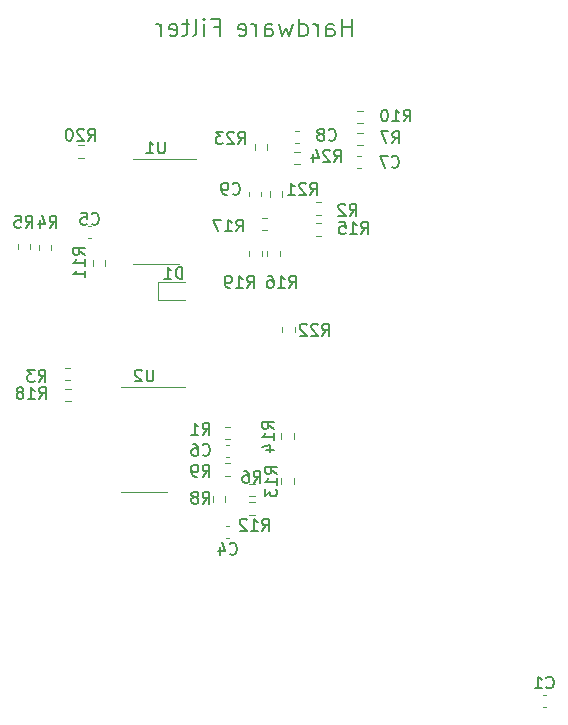
<source format=gbr>
%TF.GenerationSoftware,KiCad,Pcbnew,(7.0.0)*%
%TF.CreationDate,2023-12-04T19:23:21-08:00*%
%TF.ProjectId,Bottom_Board,426f7474-6f6d-45f4-926f-6172642e6b69,0*%
%TF.SameCoordinates,Original*%
%TF.FileFunction,Legend,Bot*%
%TF.FilePolarity,Positive*%
%FSLAX46Y46*%
G04 Gerber Fmt 4.6, Leading zero omitted, Abs format (unit mm)*
G04 Created by KiCad (PCBNEW (7.0.0)) date 2023-12-04 19:23:21*
%MOMM*%
%LPD*%
G01*
G04 APERTURE LIST*
%ADD10C,0.187500*%
%ADD11C,0.150000*%
%ADD12C,0.120000*%
G04 APERTURE END LIST*
D10*
X137818857Y-77118171D02*
X137818857Y-75618171D01*
X137818857Y-76332457D02*
X136961714Y-76332457D01*
X136961714Y-77118171D02*
X136961714Y-75618171D01*
X135604571Y-77118171D02*
X135604571Y-76332457D01*
X135604571Y-76332457D02*
X135675999Y-76189600D01*
X135675999Y-76189600D02*
X135818856Y-76118171D01*
X135818856Y-76118171D02*
X136104571Y-76118171D01*
X136104571Y-76118171D02*
X136247428Y-76189600D01*
X135604571Y-77046742D02*
X135747428Y-77118171D01*
X135747428Y-77118171D02*
X136104571Y-77118171D01*
X136104571Y-77118171D02*
X136247428Y-77046742D01*
X136247428Y-77046742D02*
X136318856Y-76903885D01*
X136318856Y-76903885D02*
X136318856Y-76761028D01*
X136318856Y-76761028D02*
X136247428Y-76618171D01*
X136247428Y-76618171D02*
X136104571Y-76546742D01*
X136104571Y-76546742D02*
X135747428Y-76546742D01*
X135747428Y-76546742D02*
X135604571Y-76475314D01*
X134890285Y-77118171D02*
X134890285Y-76118171D01*
X134890285Y-76403885D02*
X134818856Y-76261028D01*
X134818856Y-76261028D02*
X134747428Y-76189600D01*
X134747428Y-76189600D02*
X134604570Y-76118171D01*
X134604570Y-76118171D02*
X134461713Y-76118171D01*
X133318857Y-77118171D02*
X133318857Y-75618171D01*
X133318857Y-77046742D02*
X133461714Y-77118171D01*
X133461714Y-77118171D02*
X133747428Y-77118171D01*
X133747428Y-77118171D02*
X133890285Y-77046742D01*
X133890285Y-77046742D02*
X133961714Y-76975314D01*
X133961714Y-76975314D02*
X134033142Y-76832457D01*
X134033142Y-76832457D02*
X134033142Y-76403885D01*
X134033142Y-76403885D02*
X133961714Y-76261028D01*
X133961714Y-76261028D02*
X133890285Y-76189600D01*
X133890285Y-76189600D02*
X133747428Y-76118171D01*
X133747428Y-76118171D02*
X133461714Y-76118171D01*
X133461714Y-76118171D02*
X133318857Y-76189600D01*
X132747428Y-76118171D02*
X132461714Y-77118171D01*
X132461714Y-77118171D02*
X132175999Y-76403885D01*
X132175999Y-76403885D02*
X131890285Y-77118171D01*
X131890285Y-77118171D02*
X131604571Y-76118171D01*
X130390285Y-77118171D02*
X130390285Y-76332457D01*
X130390285Y-76332457D02*
X130461713Y-76189600D01*
X130461713Y-76189600D02*
X130604570Y-76118171D01*
X130604570Y-76118171D02*
X130890285Y-76118171D01*
X130890285Y-76118171D02*
X131033142Y-76189600D01*
X130390285Y-77046742D02*
X130533142Y-77118171D01*
X130533142Y-77118171D02*
X130890285Y-77118171D01*
X130890285Y-77118171D02*
X131033142Y-77046742D01*
X131033142Y-77046742D02*
X131104570Y-76903885D01*
X131104570Y-76903885D02*
X131104570Y-76761028D01*
X131104570Y-76761028D02*
X131033142Y-76618171D01*
X131033142Y-76618171D02*
X130890285Y-76546742D01*
X130890285Y-76546742D02*
X130533142Y-76546742D01*
X130533142Y-76546742D02*
X130390285Y-76475314D01*
X129675999Y-77118171D02*
X129675999Y-76118171D01*
X129675999Y-76403885D02*
X129604570Y-76261028D01*
X129604570Y-76261028D02*
X129533142Y-76189600D01*
X129533142Y-76189600D02*
X129390284Y-76118171D01*
X129390284Y-76118171D02*
X129247427Y-76118171D01*
X128175999Y-77046742D02*
X128318856Y-77118171D01*
X128318856Y-77118171D02*
X128604571Y-77118171D01*
X128604571Y-77118171D02*
X128747428Y-77046742D01*
X128747428Y-77046742D02*
X128818856Y-76903885D01*
X128818856Y-76903885D02*
X128818856Y-76332457D01*
X128818856Y-76332457D02*
X128747428Y-76189600D01*
X128747428Y-76189600D02*
X128604571Y-76118171D01*
X128604571Y-76118171D02*
X128318856Y-76118171D01*
X128318856Y-76118171D02*
X128175999Y-76189600D01*
X128175999Y-76189600D02*
X128104571Y-76332457D01*
X128104571Y-76332457D02*
X128104571Y-76475314D01*
X128104571Y-76475314D02*
X128818856Y-76618171D01*
X126061714Y-76332457D02*
X126561714Y-76332457D01*
X126561714Y-77118171D02*
X126561714Y-75618171D01*
X126561714Y-75618171D02*
X125847428Y-75618171D01*
X125276000Y-77118171D02*
X125276000Y-76118171D01*
X125276000Y-75618171D02*
X125347428Y-75689600D01*
X125347428Y-75689600D02*
X125276000Y-75761028D01*
X125276000Y-75761028D02*
X125204571Y-75689600D01*
X125204571Y-75689600D02*
X125276000Y-75618171D01*
X125276000Y-75618171D02*
X125276000Y-75761028D01*
X124347428Y-77118171D02*
X124490285Y-77046742D01*
X124490285Y-77046742D02*
X124561714Y-76903885D01*
X124561714Y-76903885D02*
X124561714Y-75618171D01*
X123990285Y-76118171D02*
X123418857Y-76118171D01*
X123776000Y-75618171D02*
X123776000Y-76903885D01*
X123776000Y-76903885D02*
X123704571Y-77046742D01*
X123704571Y-77046742D02*
X123561714Y-77118171D01*
X123561714Y-77118171D02*
X123418857Y-77118171D01*
X122347428Y-77046742D02*
X122490285Y-77118171D01*
X122490285Y-77118171D02*
X122776000Y-77118171D01*
X122776000Y-77118171D02*
X122918857Y-77046742D01*
X122918857Y-77046742D02*
X122990285Y-76903885D01*
X122990285Y-76903885D02*
X122990285Y-76332457D01*
X122990285Y-76332457D02*
X122918857Y-76189600D01*
X122918857Y-76189600D02*
X122776000Y-76118171D01*
X122776000Y-76118171D02*
X122490285Y-76118171D01*
X122490285Y-76118171D02*
X122347428Y-76189600D01*
X122347428Y-76189600D02*
X122276000Y-76332457D01*
X122276000Y-76332457D02*
X122276000Y-76475314D01*
X122276000Y-76475314D02*
X122990285Y-76618171D01*
X121633143Y-77118171D02*
X121633143Y-76118171D01*
X121633143Y-76403885D02*
X121561714Y-76261028D01*
X121561714Y-76261028D02*
X121490286Y-76189600D01*
X121490286Y-76189600D02*
X121347428Y-76118171D01*
X121347428Y-76118171D02*
X121204571Y-76118171D01*
D11*
%TO.C,R19*%
X128912857Y-98411380D02*
X129246190Y-97935190D01*
X129484285Y-98411380D02*
X129484285Y-97411380D01*
X129484285Y-97411380D02*
X129103333Y-97411380D01*
X129103333Y-97411380D02*
X129008095Y-97459000D01*
X129008095Y-97459000D02*
X128960476Y-97506619D01*
X128960476Y-97506619D02*
X128912857Y-97601857D01*
X128912857Y-97601857D02*
X128912857Y-97744714D01*
X128912857Y-97744714D02*
X128960476Y-97839952D01*
X128960476Y-97839952D02*
X129008095Y-97887571D01*
X129008095Y-97887571D02*
X129103333Y-97935190D01*
X129103333Y-97935190D02*
X129484285Y-97935190D01*
X127960476Y-98411380D02*
X128531904Y-98411380D01*
X128246190Y-98411380D02*
X128246190Y-97411380D01*
X128246190Y-97411380D02*
X128341428Y-97554238D01*
X128341428Y-97554238D02*
X128436666Y-97649476D01*
X128436666Y-97649476D02*
X128531904Y-97697095D01*
X127484285Y-98411380D02*
X127293809Y-98411380D01*
X127293809Y-98411380D02*
X127198571Y-98363761D01*
X127198571Y-98363761D02*
X127150952Y-98316142D01*
X127150952Y-98316142D02*
X127055714Y-98173285D01*
X127055714Y-98173285D02*
X127008095Y-97982809D01*
X127008095Y-97982809D02*
X127008095Y-97601857D01*
X127008095Y-97601857D02*
X127055714Y-97506619D01*
X127055714Y-97506619D02*
X127103333Y-97459000D01*
X127103333Y-97459000D02*
X127198571Y-97411380D01*
X127198571Y-97411380D02*
X127389047Y-97411380D01*
X127389047Y-97411380D02*
X127484285Y-97459000D01*
X127484285Y-97459000D02*
X127531904Y-97506619D01*
X127531904Y-97506619D02*
X127579523Y-97601857D01*
X127579523Y-97601857D02*
X127579523Y-97839952D01*
X127579523Y-97839952D02*
X127531904Y-97935190D01*
X127531904Y-97935190D02*
X127484285Y-97982809D01*
X127484285Y-97982809D02*
X127389047Y-98030428D01*
X127389047Y-98030428D02*
X127198571Y-98030428D01*
X127198571Y-98030428D02*
X127103333Y-97982809D01*
X127103333Y-97982809D02*
X127055714Y-97935190D01*
X127055714Y-97935190D02*
X127008095Y-97839952D01*
%TO.C,R11*%
X115175380Y-95623142D02*
X114699190Y-95289809D01*
X115175380Y-95051714D02*
X114175380Y-95051714D01*
X114175380Y-95051714D02*
X114175380Y-95432666D01*
X114175380Y-95432666D02*
X114223000Y-95527904D01*
X114223000Y-95527904D02*
X114270619Y-95575523D01*
X114270619Y-95575523D02*
X114365857Y-95623142D01*
X114365857Y-95623142D02*
X114508714Y-95623142D01*
X114508714Y-95623142D02*
X114603952Y-95575523D01*
X114603952Y-95575523D02*
X114651571Y-95527904D01*
X114651571Y-95527904D02*
X114699190Y-95432666D01*
X114699190Y-95432666D02*
X114699190Y-95051714D01*
X115175380Y-96575523D02*
X115175380Y-96004095D01*
X115175380Y-96289809D02*
X114175380Y-96289809D01*
X114175380Y-96289809D02*
X114318238Y-96194571D01*
X114318238Y-96194571D02*
X114413476Y-96099333D01*
X114413476Y-96099333D02*
X114461095Y-96004095D01*
X115175380Y-97527904D02*
X115175380Y-96956476D01*
X115175380Y-97242190D02*
X114175380Y-97242190D01*
X114175380Y-97242190D02*
X114318238Y-97146952D01*
X114318238Y-97146952D02*
X114413476Y-97051714D01*
X114413476Y-97051714D02*
X114461095Y-96956476D01*
%TO.C,C4*%
X127420666Y-120922142D02*
X127468285Y-120969761D01*
X127468285Y-120969761D02*
X127611142Y-121017380D01*
X127611142Y-121017380D02*
X127706380Y-121017380D01*
X127706380Y-121017380D02*
X127849237Y-120969761D01*
X127849237Y-120969761D02*
X127944475Y-120874523D01*
X127944475Y-120874523D02*
X127992094Y-120779285D01*
X127992094Y-120779285D02*
X128039713Y-120588809D01*
X128039713Y-120588809D02*
X128039713Y-120445952D01*
X128039713Y-120445952D02*
X127992094Y-120255476D01*
X127992094Y-120255476D02*
X127944475Y-120160238D01*
X127944475Y-120160238D02*
X127849237Y-120065000D01*
X127849237Y-120065000D02*
X127706380Y-120017380D01*
X127706380Y-120017380D02*
X127611142Y-120017380D01*
X127611142Y-120017380D02*
X127468285Y-120065000D01*
X127468285Y-120065000D02*
X127420666Y-120112619D01*
X126563523Y-120350714D02*
X126563523Y-121017380D01*
X126801618Y-119969761D02*
X127039713Y-120684047D01*
X127039713Y-120684047D02*
X126420666Y-120684047D01*
%TO.C,R22*%
X135262857Y-102475380D02*
X135596190Y-101999190D01*
X135834285Y-102475380D02*
X135834285Y-101475380D01*
X135834285Y-101475380D02*
X135453333Y-101475380D01*
X135453333Y-101475380D02*
X135358095Y-101523000D01*
X135358095Y-101523000D02*
X135310476Y-101570619D01*
X135310476Y-101570619D02*
X135262857Y-101665857D01*
X135262857Y-101665857D02*
X135262857Y-101808714D01*
X135262857Y-101808714D02*
X135310476Y-101903952D01*
X135310476Y-101903952D02*
X135358095Y-101951571D01*
X135358095Y-101951571D02*
X135453333Y-101999190D01*
X135453333Y-101999190D02*
X135834285Y-101999190D01*
X134881904Y-101570619D02*
X134834285Y-101523000D01*
X134834285Y-101523000D02*
X134739047Y-101475380D01*
X134739047Y-101475380D02*
X134500952Y-101475380D01*
X134500952Y-101475380D02*
X134405714Y-101523000D01*
X134405714Y-101523000D02*
X134358095Y-101570619D01*
X134358095Y-101570619D02*
X134310476Y-101665857D01*
X134310476Y-101665857D02*
X134310476Y-101761095D01*
X134310476Y-101761095D02*
X134358095Y-101903952D01*
X134358095Y-101903952D02*
X134929523Y-102475380D01*
X134929523Y-102475380D02*
X134310476Y-102475380D01*
X133929523Y-101570619D02*
X133881904Y-101523000D01*
X133881904Y-101523000D02*
X133786666Y-101475380D01*
X133786666Y-101475380D02*
X133548571Y-101475380D01*
X133548571Y-101475380D02*
X133453333Y-101523000D01*
X133453333Y-101523000D02*
X133405714Y-101570619D01*
X133405714Y-101570619D02*
X133358095Y-101665857D01*
X133358095Y-101665857D02*
X133358095Y-101761095D01*
X133358095Y-101761095D02*
X133405714Y-101903952D01*
X133405714Y-101903952D02*
X133977142Y-102475380D01*
X133977142Y-102475380D02*
X133358095Y-102475380D01*
%TO.C,C8*%
X135802666Y-85870142D02*
X135850285Y-85917761D01*
X135850285Y-85917761D02*
X135993142Y-85965380D01*
X135993142Y-85965380D02*
X136088380Y-85965380D01*
X136088380Y-85965380D02*
X136231237Y-85917761D01*
X136231237Y-85917761D02*
X136326475Y-85822523D01*
X136326475Y-85822523D02*
X136374094Y-85727285D01*
X136374094Y-85727285D02*
X136421713Y-85536809D01*
X136421713Y-85536809D02*
X136421713Y-85393952D01*
X136421713Y-85393952D02*
X136374094Y-85203476D01*
X136374094Y-85203476D02*
X136326475Y-85108238D01*
X136326475Y-85108238D02*
X136231237Y-85013000D01*
X136231237Y-85013000D02*
X136088380Y-84965380D01*
X136088380Y-84965380D02*
X135993142Y-84965380D01*
X135993142Y-84965380D02*
X135850285Y-85013000D01*
X135850285Y-85013000D02*
X135802666Y-85060619D01*
X135231237Y-85393952D02*
X135326475Y-85346333D01*
X135326475Y-85346333D02*
X135374094Y-85298714D01*
X135374094Y-85298714D02*
X135421713Y-85203476D01*
X135421713Y-85203476D02*
X135421713Y-85155857D01*
X135421713Y-85155857D02*
X135374094Y-85060619D01*
X135374094Y-85060619D02*
X135326475Y-85013000D01*
X135326475Y-85013000D02*
X135231237Y-84965380D01*
X135231237Y-84965380D02*
X135040761Y-84965380D01*
X135040761Y-84965380D02*
X134945523Y-85013000D01*
X134945523Y-85013000D02*
X134897904Y-85060619D01*
X134897904Y-85060619D02*
X134850285Y-85155857D01*
X134850285Y-85155857D02*
X134850285Y-85203476D01*
X134850285Y-85203476D02*
X134897904Y-85298714D01*
X134897904Y-85298714D02*
X134945523Y-85346333D01*
X134945523Y-85346333D02*
X135040761Y-85393952D01*
X135040761Y-85393952D02*
X135231237Y-85393952D01*
X135231237Y-85393952D02*
X135326475Y-85441571D01*
X135326475Y-85441571D02*
X135374094Y-85489190D01*
X135374094Y-85489190D02*
X135421713Y-85584428D01*
X135421713Y-85584428D02*
X135421713Y-85774904D01*
X135421713Y-85774904D02*
X135374094Y-85870142D01*
X135374094Y-85870142D02*
X135326475Y-85917761D01*
X135326475Y-85917761D02*
X135231237Y-85965380D01*
X135231237Y-85965380D02*
X135040761Y-85965380D01*
X135040761Y-85965380D02*
X134945523Y-85917761D01*
X134945523Y-85917761D02*
X134897904Y-85870142D01*
X134897904Y-85870142D02*
X134850285Y-85774904D01*
X134850285Y-85774904D02*
X134850285Y-85584428D01*
X134850285Y-85584428D02*
X134897904Y-85489190D01*
X134897904Y-85489190D02*
X134945523Y-85441571D01*
X134945523Y-85441571D02*
X135040761Y-85393952D01*
%TO.C,U1*%
X121919904Y-86035380D02*
X121919904Y-86844904D01*
X121919904Y-86844904D02*
X121872285Y-86940142D01*
X121872285Y-86940142D02*
X121824666Y-86987761D01*
X121824666Y-86987761D02*
X121729428Y-87035380D01*
X121729428Y-87035380D02*
X121538952Y-87035380D01*
X121538952Y-87035380D02*
X121443714Y-86987761D01*
X121443714Y-86987761D02*
X121396095Y-86940142D01*
X121396095Y-86940142D02*
X121348476Y-86844904D01*
X121348476Y-86844904D02*
X121348476Y-86035380D01*
X120348476Y-87035380D02*
X120919904Y-87035380D01*
X120634190Y-87035380D02*
X120634190Y-86035380D01*
X120634190Y-86035380D02*
X120729428Y-86178238D01*
X120729428Y-86178238D02*
X120824666Y-86273476D01*
X120824666Y-86273476D02*
X120919904Y-86321095D01*
%TO.C,R4*%
X112180666Y-93331380D02*
X112513999Y-92855190D01*
X112752094Y-93331380D02*
X112752094Y-92331380D01*
X112752094Y-92331380D02*
X112371142Y-92331380D01*
X112371142Y-92331380D02*
X112275904Y-92379000D01*
X112275904Y-92379000D02*
X112228285Y-92426619D01*
X112228285Y-92426619D02*
X112180666Y-92521857D01*
X112180666Y-92521857D02*
X112180666Y-92664714D01*
X112180666Y-92664714D02*
X112228285Y-92759952D01*
X112228285Y-92759952D02*
X112275904Y-92807571D01*
X112275904Y-92807571D02*
X112371142Y-92855190D01*
X112371142Y-92855190D02*
X112752094Y-92855190D01*
X111323523Y-92664714D02*
X111323523Y-93331380D01*
X111561618Y-92283761D02*
X111799713Y-92998047D01*
X111799713Y-92998047D02*
X111180666Y-92998047D01*
%TO.C,R14*%
X131177380Y-110355142D02*
X130701190Y-110021809D01*
X131177380Y-109783714D02*
X130177380Y-109783714D01*
X130177380Y-109783714D02*
X130177380Y-110164666D01*
X130177380Y-110164666D02*
X130225000Y-110259904D01*
X130225000Y-110259904D02*
X130272619Y-110307523D01*
X130272619Y-110307523D02*
X130367857Y-110355142D01*
X130367857Y-110355142D02*
X130510714Y-110355142D01*
X130510714Y-110355142D02*
X130605952Y-110307523D01*
X130605952Y-110307523D02*
X130653571Y-110259904D01*
X130653571Y-110259904D02*
X130701190Y-110164666D01*
X130701190Y-110164666D02*
X130701190Y-109783714D01*
X131177380Y-111307523D02*
X131177380Y-110736095D01*
X131177380Y-111021809D02*
X130177380Y-111021809D01*
X130177380Y-111021809D02*
X130320238Y-110926571D01*
X130320238Y-110926571D02*
X130415476Y-110831333D01*
X130415476Y-110831333D02*
X130463095Y-110736095D01*
X130510714Y-112164666D02*
X131177380Y-112164666D01*
X130129761Y-111926571D02*
X130844047Y-111688476D01*
X130844047Y-111688476D02*
X130844047Y-112307523D01*
%TO.C,C1*%
X154230666Y-132242942D02*
X154278285Y-132290561D01*
X154278285Y-132290561D02*
X154421142Y-132338180D01*
X154421142Y-132338180D02*
X154516380Y-132338180D01*
X154516380Y-132338180D02*
X154659237Y-132290561D01*
X154659237Y-132290561D02*
X154754475Y-132195323D01*
X154754475Y-132195323D02*
X154802094Y-132100085D01*
X154802094Y-132100085D02*
X154849713Y-131909609D01*
X154849713Y-131909609D02*
X154849713Y-131766752D01*
X154849713Y-131766752D02*
X154802094Y-131576276D01*
X154802094Y-131576276D02*
X154754475Y-131481038D01*
X154754475Y-131481038D02*
X154659237Y-131385800D01*
X154659237Y-131385800D02*
X154516380Y-131338180D01*
X154516380Y-131338180D02*
X154421142Y-131338180D01*
X154421142Y-131338180D02*
X154278285Y-131385800D01*
X154278285Y-131385800D02*
X154230666Y-131433419D01*
X153278285Y-132338180D02*
X153849713Y-132338180D01*
X153563999Y-132338180D02*
X153563999Y-131338180D01*
X153563999Y-131338180D02*
X153659237Y-131481038D01*
X153659237Y-131481038D02*
X153754475Y-131576276D01*
X153754475Y-131576276D02*
X153849713Y-131623895D01*
%TO.C,U2*%
X120968904Y-105339380D02*
X120968904Y-106148904D01*
X120968904Y-106148904D02*
X120921285Y-106244142D01*
X120921285Y-106244142D02*
X120873666Y-106291761D01*
X120873666Y-106291761D02*
X120778428Y-106339380D01*
X120778428Y-106339380D02*
X120587952Y-106339380D01*
X120587952Y-106339380D02*
X120492714Y-106291761D01*
X120492714Y-106291761D02*
X120445095Y-106244142D01*
X120445095Y-106244142D02*
X120397476Y-106148904D01*
X120397476Y-106148904D02*
X120397476Y-105339380D01*
X119968904Y-105434619D02*
X119921285Y-105387000D01*
X119921285Y-105387000D02*
X119826047Y-105339380D01*
X119826047Y-105339380D02*
X119587952Y-105339380D01*
X119587952Y-105339380D02*
X119492714Y-105387000D01*
X119492714Y-105387000D02*
X119445095Y-105434619D01*
X119445095Y-105434619D02*
X119397476Y-105529857D01*
X119397476Y-105529857D02*
X119397476Y-105625095D01*
X119397476Y-105625095D02*
X119445095Y-105767952D01*
X119445095Y-105767952D02*
X120016523Y-106339380D01*
X120016523Y-106339380D02*
X119397476Y-106339380D01*
%TO.C,R12*%
X130182857Y-118985380D02*
X130516190Y-118509190D01*
X130754285Y-118985380D02*
X130754285Y-117985380D01*
X130754285Y-117985380D02*
X130373333Y-117985380D01*
X130373333Y-117985380D02*
X130278095Y-118033000D01*
X130278095Y-118033000D02*
X130230476Y-118080619D01*
X130230476Y-118080619D02*
X130182857Y-118175857D01*
X130182857Y-118175857D02*
X130182857Y-118318714D01*
X130182857Y-118318714D02*
X130230476Y-118413952D01*
X130230476Y-118413952D02*
X130278095Y-118461571D01*
X130278095Y-118461571D02*
X130373333Y-118509190D01*
X130373333Y-118509190D02*
X130754285Y-118509190D01*
X129230476Y-118985380D02*
X129801904Y-118985380D01*
X129516190Y-118985380D02*
X129516190Y-117985380D01*
X129516190Y-117985380D02*
X129611428Y-118128238D01*
X129611428Y-118128238D02*
X129706666Y-118223476D01*
X129706666Y-118223476D02*
X129801904Y-118271095D01*
X128849523Y-118080619D02*
X128801904Y-118033000D01*
X128801904Y-118033000D02*
X128706666Y-117985380D01*
X128706666Y-117985380D02*
X128468571Y-117985380D01*
X128468571Y-117985380D02*
X128373333Y-118033000D01*
X128373333Y-118033000D02*
X128325714Y-118080619D01*
X128325714Y-118080619D02*
X128278095Y-118175857D01*
X128278095Y-118175857D02*
X128278095Y-118271095D01*
X128278095Y-118271095D02*
X128325714Y-118413952D01*
X128325714Y-118413952D02*
X128897142Y-118985380D01*
X128897142Y-118985380D02*
X128278095Y-118985380D01*
%TO.C,R18*%
X111281467Y-107834780D02*
X111614800Y-107358590D01*
X111852895Y-107834780D02*
X111852895Y-106834780D01*
X111852895Y-106834780D02*
X111471943Y-106834780D01*
X111471943Y-106834780D02*
X111376705Y-106882400D01*
X111376705Y-106882400D02*
X111329086Y-106930019D01*
X111329086Y-106930019D02*
X111281467Y-107025257D01*
X111281467Y-107025257D02*
X111281467Y-107168114D01*
X111281467Y-107168114D02*
X111329086Y-107263352D01*
X111329086Y-107263352D02*
X111376705Y-107310971D01*
X111376705Y-107310971D02*
X111471943Y-107358590D01*
X111471943Y-107358590D02*
X111852895Y-107358590D01*
X110329086Y-107834780D02*
X110900514Y-107834780D01*
X110614800Y-107834780D02*
X110614800Y-106834780D01*
X110614800Y-106834780D02*
X110710038Y-106977638D01*
X110710038Y-106977638D02*
X110805276Y-107072876D01*
X110805276Y-107072876D02*
X110900514Y-107120495D01*
X109757657Y-107263352D02*
X109852895Y-107215733D01*
X109852895Y-107215733D02*
X109900514Y-107168114D01*
X109900514Y-107168114D02*
X109948133Y-107072876D01*
X109948133Y-107072876D02*
X109948133Y-107025257D01*
X109948133Y-107025257D02*
X109900514Y-106930019D01*
X109900514Y-106930019D02*
X109852895Y-106882400D01*
X109852895Y-106882400D02*
X109757657Y-106834780D01*
X109757657Y-106834780D02*
X109567181Y-106834780D01*
X109567181Y-106834780D02*
X109471943Y-106882400D01*
X109471943Y-106882400D02*
X109424324Y-106930019D01*
X109424324Y-106930019D02*
X109376705Y-107025257D01*
X109376705Y-107025257D02*
X109376705Y-107072876D01*
X109376705Y-107072876D02*
X109424324Y-107168114D01*
X109424324Y-107168114D02*
X109471943Y-107215733D01*
X109471943Y-107215733D02*
X109567181Y-107263352D01*
X109567181Y-107263352D02*
X109757657Y-107263352D01*
X109757657Y-107263352D02*
X109852895Y-107310971D01*
X109852895Y-107310971D02*
X109900514Y-107358590D01*
X109900514Y-107358590D02*
X109948133Y-107453828D01*
X109948133Y-107453828D02*
X109948133Y-107644304D01*
X109948133Y-107644304D02*
X109900514Y-107739542D01*
X109900514Y-107739542D02*
X109852895Y-107787161D01*
X109852895Y-107787161D02*
X109757657Y-107834780D01*
X109757657Y-107834780D02*
X109567181Y-107834780D01*
X109567181Y-107834780D02*
X109471943Y-107787161D01*
X109471943Y-107787161D02*
X109424324Y-107739542D01*
X109424324Y-107739542D02*
X109376705Y-107644304D01*
X109376705Y-107644304D02*
X109376705Y-107453828D01*
X109376705Y-107453828D02*
X109424324Y-107358590D01*
X109424324Y-107358590D02*
X109471943Y-107310971D01*
X109471943Y-107310971D02*
X109567181Y-107263352D01*
%TO.C,R10*%
X142152647Y-84320480D02*
X142485980Y-83844290D01*
X142724075Y-84320480D02*
X142724075Y-83320480D01*
X142724075Y-83320480D02*
X142343123Y-83320480D01*
X142343123Y-83320480D02*
X142247885Y-83368100D01*
X142247885Y-83368100D02*
X142200266Y-83415719D01*
X142200266Y-83415719D02*
X142152647Y-83510957D01*
X142152647Y-83510957D02*
X142152647Y-83653814D01*
X142152647Y-83653814D02*
X142200266Y-83749052D01*
X142200266Y-83749052D02*
X142247885Y-83796671D01*
X142247885Y-83796671D02*
X142343123Y-83844290D01*
X142343123Y-83844290D02*
X142724075Y-83844290D01*
X141200266Y-84320480D02*
X141771694Y-84320480D01*
X141485980Y-84320480D02*
X141485980Y-83320480D01*
X141485980Y-83320480D02*
X141581218Y-83463338D01*
X141581218Y-83463338D02*
X141676456Y-83558576D01*
X141676456Y-83558576D02*
X141771694Y-83606195D01*
X140581218Y-83320480D02*
X140485980Y-83320480D01*
X140485980Y-83320480D02*
X140390742Y-83368100D01*
X140390742Y-83368100D02*
X140343123Y-83415719D01*
X140343123Y-83415719D02*
X140295504Y-83510957D01*
X140295504Y-83510957D02*
X140247885Y-83701433D01*
X140247885Y-83701433D02*
X140247885Y-83939528D01*
X140247885Y-83939528D02*
X140295504Y-84130004D01*
X140295504Y-84130004D02*
X140343123Y-84225242D01*
X140343123Y-84225242D02*
X140390742Y-84272861D01*
X140390742Y-84272861D02*
X140485980Y-84320480D01*
X140485980Y-84320480D02*
X140581218Y-84320480D01*
X140581218Y-84320480D02*
X140676456Y-84272861D01*
X140676456Y-84272861D02*
X140724075Y-84225242D01*
X140724075Y-84225242D02*
X140771694Y-84130004D01*
X140771694Y-84130004D02*
X140819313Y-83939528D01*
X140819313Y-83939528D02*
X140819313Y-83701433D01*
X140819313Y-83701433D02*
X140771694Y-83510957D01*
X140771694Y-83510957D02*
X140724075Y-83415719D01*
X140724075Y-83415719D02*
X140676456Y-83368100D01*
X140676456Y-83368100D02*
X140581218Y-83320480D01*
%TO.C,R20*%
X115450857Y-85965380D02*
X115784190Y-85489190D01*
X116022285Y-85965380D02*
X116022285Y-84965380D01*
X116022285Y-84965380D02*
X115641333Y-84965380D01*
X115641333Y-84965380D02*
X115546095Y-85013000D01*
X115546095Y-85013000D02*
X115498476Y-85060619D01*
X115498476Y-85060619D02*
X115450857Y-85155857D01*
X115450857Y-85155857D02*
X115450857Y-85298714D01*
X115450857Y-85298714D02*
X115498476Y-85393952D01*
X115498476Y-85393952D02*
X115546095Y-85441571D01*
X115546095Y-85441571D02*
X115641333Y-85489190D01*
X115641333Y-85489190D02*
X116022285Y-85489190D01*
X115069904Y-85060619D02*
X115022285Y-85013000D01*
X115022285Y-85013000D02*
X114927047Y-84965380D01*
X114927047Y-84965380D02*
X114688952Y-84965380D01*
X114688952Y-84965380D02*
X114593714Y-85013000D01*
X114593714Y-85013000D02*
X114546095Y-85060619D01*
X114546095Y-85060619D02*
X114498476Y-85155857D01*
X114498476Y-85155857D02*
X114498476Y-85251095D01*
X114498476Y-85251095D02*
X114546095Y-85393952D01*
X114546095Y-85393952D02*
X115117523Y-85965380D01*
X115117523Y-85965380D02*
X114498476Y-85965380D01*
X113879428Y-84965380D02*
X113784190Y-84965380D01*
X113784190Y-84965380D02*
X113688952Y-85013000D01*
X113688952Y-85013000D02*
X113641333Y-85060619D01*
X113641333Y-85060619D02*
X113593714Y-85155857D01*
X113593714Y-85155857D02*
X113546095Y-85346333D01*
X113546095Y-85346333D02*
X113546095Y-85584428D01*
X113546095Y-85584428D02*
X113593714Y-85774904D01*
X113593714Y-85774904D02*
X113641333Y-85870142D01*
X113641333Y-85870142D02*
X113688952Y-85917761D01*
X113688952Y-85917761D02*
X113784190Y-85965380D01*
X113784190Y-85965380D02*
X113879428Y-85965380D01*
X113879428Y-85965380D02*
X113974666Y-85917761D01*
X113974666Y-85917761D02*
X114022285Y-85870142D01*
X114022285Y-85870142D02*
X114069904Y-85774904D01*
X114069904Y-85774904D02*
X114117523Y-85584428D01*
X114117523Y-85584428D02*
X114117523Y-85346333D01*
X114117523Y-85346333D02*
X114069904Y-85155857D01*
X114069904Y-85155857D02*
X114022285Y-85060619D01*
X114022285Y-85060619D02*
X113974666Y-85013000D01*
X113974666Y-85013000D02*
X113879428Y-84965380D01*
%TO.C,R2*%
X137580666Y-92315380D02*
X137913999Y-91839190D01*
X138152094Y-92315380D02*
X138152094Y-91315380D01*
X138152094Y-91315380D02*
X137771142Y-91315380D01*
X137771142Y-91315380D02*
X137675904Y-91363000D01*
X137675904Y-91363000D02*
X137628285Y-91410619D01*
X137628285Y-91410619D02*
X137580666Y-91505857D01*
X137580666Y-91505857D02*
X137580666Y-91648714D01*
X137580666Y-91648714D02*
X137628285Y-91743952D01*
X137628285Y-91743952D02*
X137675904Y-91791571D01*
X137675904Y-91791571D02*
X137771142Y-91839190D01*
X137771142Y-91839190D02*
X138152094Y-91839190D01*
X137199713Y-91410619D02*
X137152094Y-91363000D01*
X137152094Y-91363000D02*
X137056856Y-91315380D01*
X137056856Y-91315380D02*
X136818761Y-91315380D01*
X136818761Y-91315380D02*
X136723523Y-91363000D01*
X136723523Y-91363000D02*
X136675904Y-91410619D01*
X136675904Y-91410619D02*
X136628285Y-91505857D01*
X136628285Y-91505857D02*
X136628285Y-91601095D01*
X136628285Y-91601095D02*
X136675904Y-91743952D01*
X136675904Y-91743952D02*
X137247332Y-92315380D01*
X137247332Y-92315380D02*
X136628285Y-92315380D01*
%TO.C,R9*%
X125134666Y-114413380D02*
X125467999Y-113937190D01*
X125706094Y-114413380D02*
X125706094Y-113413380D01*
X125706094Y-113413380D02*
X125325142Y-113413380D01*
X125325142Y-113413380D02*
X125229904Y-113461000D01*
X125229904Y-113461000D02*
X125182285Y-113508619D01*
X125182285Y-113508619D02*
X125134666Y-113603857D01*
X125134666Y-113603857D02*
X125134666Y-113746714D01*
X125134666Y-113746714D02*
X125182285Y-113841952D01*
X125182285Y-113841952D02*
X125229904Y-113889571D01*
X125229904Y-113889571D02*
X125325142Y-113937190D01*
X125325142Y-113937190D02*
X125706094Y-113937190D01*
X124658475Y-114413380D02*
X124467999Y-114413380D01*
X124467999Y-114413380D02*
X124372761Y-114365761D01*
X124372761Y-114365761D02*
X124325142Y-114318142D01*
X124325142Y-114318142D02*
X124229904Y-114175285D01*
X124229904Y-114175285D02*
X124182285Y-113984809D01*
X124182285Y-113984809D02*
X124182285Y-113603857D01*
X124182285Y-113603857D02*
X124229904Y-113508619D01*
X124229904Y-113508619D02*
X124277523Y-113461000D01*
X124277523Y-113461000D02*
X124372761Y-113413380D01*
X124372761Y-113413380D02*
X124563237Y-113413380D01*
X124563237Y-113413380D02*
X124658475Y-113461000D01*
X124658475Y-113461000D02*
X124706094Y-113508619D01*
X124706094Y-113508619D02*
X124753713Y-113603857D01*
X124753713Y-113603857D02*
X124753713Y-113841952D01*
X124753713Y-113841952D02*
X124706094Y-113937190D01*
X124706094Y-113937190D02*
X124658475Y-113984809D01*
X124658475Y-113984809D02*
X124563237Y-114032428D01*
X124563237Y-114032428D02*
X124372761Y-114032428D01*
X124372761Y-114032428D02*
X124277523Y-113984809D01*
X124277523Y-113984809D02*
X124229904Y-113937190D01*
X124229904Y-113937190D02*
X124182285Y-113841952D01*
%TO.C,R7*%
X141200266Y-86177855D02*
X141533599Y-85701665D01*
X141771694Y-86177855D02*
X141771694Y-85177855D01*
X141771694Y-85177855D02*
X141390742Y-85177855D01*
X141390742Y-85177855D02*
X141295504Y-85225475D01*
X141295504Y-85225475D02*
X141247885Y-85273094D01*
X141247885Y-85273094D02*
X141200266Y-85368332D01*
X141200266Y-85368332D02*
X141200266Y-85511189D01*
X141200266Y-85511189D02*
X141247885Y-85606427D01*
X141247885Y-85606427D02*
X141295504Y-85654046D01*
X141295504Y-85654046D02*
X141390742Y-85701665D01*
X141390742Y-85701665D02*
X141771694Y-85701665D01*
X140866932Y-85177855D02*
X140200266Y-85177855D01*
X140200266Y-85177855D02*
X140628837Y-86177855D01*
%TO.C,C6*%
X125134666Y-112540142D02*
X125182285Y-112587761D01*
X125182285Y-112587761D02*
X125325142Y-112635380D01*
X125325142Y-112635380D02*
X125420380Y-112635380D01*
X125420380Y-112635380D02*
X125563237Y-112587761D01*
X125563237Y-112587761D02*
X125658475Y-112492523D01*
X125658475Y-112492523D02*
X125706094Y-112397285D01*
X125706094Y-112397285D02*
X125753713Y-112206809D01*
X125753713Y-112206809D02*
X125753713Y-112063952D01*
X125753713Y-112063952D02*
X125706094Y-111873476D01*
X125706094Y-111873476D02*
X125658475Y-111778238D01*
X125658475Y-111778238D02*
X125563237Y-111683000D01*
X125563237Y-111683000D02*
X125420380Y-111635380D01*
X125420380Y-111635380D02*
X125325142Y-111635380D01*
X125325142Y-111635380D02*
X125182285Y-111683000D01*
X125182285Y-111683000D02*
X125134666Y-111730619D01*
X124277523Y-111635380D02*
X124467999Y-111635380D01*
X124467999Y-111635380D02*
X124563237Y-111683000D01*
X124563237Y-111683000D02*
X124610856Y-111730619D01*
X124610856Y-111730619D02*
X124706094Y-111873476D01*
X124706094Y-111873476D02*
X124753713Y-112063952D01*
X124753713Y-112063952D02*
X124753713Y-112444904D01*
X124753713Y-112444904D02*
X124706094Y-112540142D01*
X124706094Y-112540142D02*
X124658475Y-112587761D01*
X124658475Y-112587761D02*
X124563237Y-112635380D01*
X124563237Y-112635380D02*
X124372761Y-112635380D01*
X124372761Y-112635380D02*
X124277523Y-112587761D01*
X124277523Y-112587761D02*
X124229904Y-112540142D01*
X124229904Y-112540142D02*
X124182285Y-112444904D01*
X124182285Y-112444904D02*
X124182285Y-112206809D01*
X124182285Y-112206809D02*
X124229904Y-112111571D01*
X124229904Y-112111571D02*
X124277523Y-112063952D01*
X124277523Y-112063952D02*
X124372761Y-112016333D01*
X124372761Y-112016333D02*
X124563237Y-112016333D01*
X124563237Y-112016333D02*
X124658475Y-112063952D01*
X124658475Y-112063952D02*
X124706094Y-112111571D01*
X124706094Y-112111571D02*
X124753713Y-112206809D01*
%TO.C,C9*%
X127674666Y-90442142D02*
X127722285Y-90489761D01*
X127722285Y-90489761D02*
X127865142Y-90537380D01*
X127865142Y-90537380D02*
X127960380Y-90537380D01*
X127960380Y-90537380D02*
X128103237Y-90489761D01*
X128103237Y-90489761D02*
X128198475Y-90394523D01*
X128198475Y-90394523D02*
X128246094Y-90299285D01*
X128246094Y-90299285D02*
X128293713Y-90108809D01*
X128293713Y-90108809D02*
X128293713Y-89965952D01*
X128293713Y-89965952D02*
X128246094Y-89775476D01*
X128246094Y-89775476D02*
X128198475Y-89680238D01*
X128198475Y-89680238D02*
X128103237Y-89585000D01*
X128103237Y-89585000D02*
X127960380Y-89537380D01*
X127960380Y-89537380D02*
X127865142Y-89537380D01*
X127865142Y-89537380D02*
X127722285Y-89585000D01*
X127722285Y-89585000D02*
X127674666Y-89632619D01*
X127198475Y-90537380D02*
X127007999Y-90537380D01*
X127007999Y-90537380D02*
X126912761Y-90489761D01*
X126912761Y-90489761D02*
X126865142Y-90442142D01*
X126865142Y-90442142D02*
X126769904Y-90299285D01*
X126769904Y-90299285D02*
X126722285Y-90108809D01*
X126722285Y-90108809D02*
X126722285Y-89727857D01*
X126722285Y-89727857D02*
X126769904Y-89632619D01*
X126769904Y-89632619D02*
X126817523Y-89585000D01*
X126817523Y-89585000D02*
X126912761Y-89537380D01*
X126912761Y-89537380D02*
X127103237Y-89537380D01*
X127103237Y-89537380D02*
X127198475Y-89585000D01*
X127198475Y-89585000D02*
X127246094Y-89632619D01*
X127246094Y-89632619D02*
X127293713Y-89727857D01*
X127293713Y-89727857D02*
X127293713Y-89965952D01*
X127293713Y-89965952D02*
X127246094Y-90061190D01*
X127246094Y-90061190D02*
X127198475Y-90108809D01*
X127198475Y-90108809D02*
X127103237Y-90156428D01*
X127103237Y-90156428D02*
X126912761Y-90156428D01*
X126912761Y-90156428D02*
X126817523Y-90108809D01*
X126817523Y-90108809D02*
X126769904Y-90061190D01*
X126769904Y-90061190D02*
X126722285Y-89965952D01*
%TO.C,R16*%
X132468857Y-98411380D02*
X132802190Y-97935190D01*
X133040285Y-98411380D02*
X133040285Y-97411380D01*
X133040285Y-97411380D02*
X132659333Y-97411380D01*
X132659333Y-97411380D02*
X132564095Y-97459000D01*
X132564095Y-97459000D02*
X132516476Y-97506619D01*
X132516476Y-97506619D02*
X132468857Y-97601857D01*
X132468857Y-97601857D02*
X132468857Y-97744714D01*
X132468857Y-97744714D02*
X132516476Y-97839952D01*
X132516476Y-97839952D02*
X132564095Y-97887571D01*
X132564095Y-97887571D02*
X132659333Y-97935190D01*
X132659333Y-97935190D02*
X133040285Y-97935190D01*
X131516476Y-98411380D02*
X132087904Y-98411380D01*
X131802190Y-98411380D02*
X131802190Y-97411380D01*
X131802190Y-97411380D02*
X131897428Y-97554238D01*
X131897428Y-97554238D02*
X131992666Y-97649476D01*
X131992666Y-97649476D02*
X132087904Y-97697095D01*
X130659333Y-97411380D02*
X130849809Y-97411380D01*
X130849809Y-97411380D02*
X130945047Y-97459000D01*
X130945047Y-97459000D02*
X130992666Y-97506619D01*
X130992666Y-97506619D02*
X131087904Y-97649476D01*
X131087904Y-97649476D02*
X131135523Y-97839952D01*
X131135523Y-97839952D02*
X131135523Y-98220904D01*
X131135523Y-98220904D02*
X131087904Y-98316142D01*
X131087904Y-98316142D02*
X131040285Y-98363761D01*
X131040285Y-98363761D02*
X130945047Y-98411380D01*
X130945047Y-98411380D02*
X130754571Y-98411380D01*
X130754571Y-98411380D02*
X130659333Y-98363761D01*
X130659333Y-98363761D02*
X130611714Y-98316142D01*
X130611714Y-98316142D02*
X130564095Y-98220904D01*
X130564095Y-98220904D02*
X130564095Y-97982809D01*
X130564095Y-97982809D02*
X130611714Y-97887571D01*
X130611714Y-97887571D02*
X130659333Y-97839952D01*
X130659333Y-97839952D02*
X130754571Y-97792333D01*
X130754571Y-97792333D02*
X130945047Y-97792333D01*
X130945047Y-97792333D02*
X131040285Y-97839952D01*
X131040285Y-97839952D02*
X131087904Y-97887571D01*
X131087904Y-97887571D02*
X131135523Y-97982809D01*
%TO.C,R6*%
X129452666Y-114921380D02*
X129785999Y-114445190D01*
X130024094Y-114921380D02*
X130024094Y-113921380D01*
X130024094Y-113921380D02*
X129643142Y-113921380D01*
X129643142Y-113921380D02*
X129547904Y-113969000D01*
X129547904Y-113969000D02*
X129500285Y-114016619D01*
X129500285Y-114016619D02*
X129452666Y-114111857D01*
X129452666Y-114111857D02*
X129452666Y-114254714D01*
X129452666Y-114254714D02*
X129500285Y-114349952D01*
X129500285Y-114349952D02*
X129547904Y-114397571D01*
X129547904Y-114397571D02*
X129643142Y-114445190D01*
X129643142Y-114445190D02*
X130024094Y-114445190D01*
X128595523Y-113921380D02*
X128785999Y-113921380D01*
X128785999Y-113921380D02*
X128881237Y-113969000D01*
X128881237Y-113969000D02*
X128928856Y-114016619D01*
X128928856Y-114016619D02*
X129024094Y-114159476D01*
X129024094Y-114159476D02*
X129071713Y-114349952D01*
X129071713Y-114349952D02*
X129071713Y-114730904D01*
X129071713Y-114730904D02*
X129024094Y-114826142D01*
X129024094Y-114826142D02*
X128976475Y-114873761D01*
X128976475Y-114873761D02*
X128881237Y-114921380D01*
X128881237Y-114921380D02*
X128690761Y-114921380D01*
X128690761Y-114921380D02*
X128595523Y-114873761D01*
X128595523Y-114873761D02*
X128547904Y-114826142D01*
X128547904Y-114826142D02*
X128500285Y-114730904D01*
X128500285Y-114730904D02*
X128500285Y-114492809D01*
X128500285Y-114492809D02*
X128547904Y-114397571D01*
X128547904Y-114397571D02*
X128595523Y-114349952D01*
X128595523Y-114349952D02*
X128690761Y-114302333D01*
X128690761Y-114302333D02*
X128881237Y-114302333D01*
X128881237Y-114302333D02*
X128976475Y-114349952D01*
X128976475Y-114349952D02*
X129024094Y-114397571D01*
X129024094Y-114397571D02*
X129071713Y-114492809D01*
%TO.C,R1*%
X125134666Y-110857380D02*
X125467999Y-110381190D01*
X125706094Y-110857380D02*
X125706094Y-109857380D01*
X125706094Y-109857380D02*
X125325142Y-109857380D01*
X125325142Y-109857380D02*
X125229904Y-109905000D01*
X125229904Y-109905000D02*
X125182285Y-109952619D01*
X125182285Y-109952619D02*
X125134666Y-110047857D01*
X125134666Y-110047857D02*
X125134666Y-110190714D01*
X125134666Y-110190714D02*
X125182285Y-110285952D01*
X125182285Y-110285952D02*
X125229904Y-110333571D01*
X125229904Y-110333571D02*
X125325142Y-110381190D01*
X125325142Y-110381190D02*
X125706094Y-110381190D01*
X124182285Y-110857380D02*
X124753713Y-110857380D01*
X124467999Y-110857380D02*
X124467999Y-109857380D01*
X124467999Y-109857380D02*
X124563237Y-110000238D01*
X124563237Y-110000238D02*
X124658475Y-110095476D01*
X124658475Y-110095476D02*
X124753713Y-110143095D01*
%TO.C,R3*%
X111242866Y-106361580D02*
X111576199Y-105885390D01*
X111814294Y-106361580D02*
X111814294Y-105361580D01*
X111814294Y-105361580D02*
X111433342Y-105361580D01*
X111433342Y-105361580D02*
X111338104Y-105409200D01*
X111338104Y-105409200D02*
X111290485Y-105456819D01*
X111290485Y-105456819D02*
X111242866Y-105552057D01*
X111242866Y-105552057D02*
X111242866Y-105694914D01*
X111242866Y-105694914D02*
X111290485Y-105790152D01*
X111290485Y-105790152D02*
X111338104Y-105837771D01*
X111338104Y-105837771D02*
X111433342Y-105885390D01*
X111433342Y-105885390D02*
X111814294Y-105885390D01*
X110909532Y-105361580D02*
X110290485Y-105361580D01*
X110290485Y-105361580D02*
X110623818Y-105742533D01*
X110623818Y-105742533D02*
X110480961Y-105742533D01*
X110480961Y-105742533D02*
X110385723Y-105790152D01*
X110385723Y-105790152D02*
X110338104Y-105837771D01*
X110338104Y-105837771D02*
X110290485Y-105933009D01*
X110290485Y-105933009D02*
X110290485Y-106171104D01*
X110290485Y-106171104D02*
X110338104Y-106266342D01*
X110338104Y-106266342D02*
X110385723Y-106313961D01*
X110385723Y-106313961D02*
X110480961Y-106361580D01*
X110480961Y-106361580D02*
X110766675Y-106361580D01*
X110766675Y-106361580D02*
X110861913Y-106313961D01*
X110861913Y-106313961D02*
X110909532Y-106266342D01*
%TO.C,R24*%
X136278857Y-87743380D02*
X136612190Y-87267190D01*
X136850285Y-87743380D02*
X136850285Y-86743380D01*
X136850285Y-86743380D02*
X136469333Y-86743380D01*
X136469333Y-86743380D02*
X136374095Y-86791000D01*
X136374095Y-86791000D02*
X136326476Y-86838619D01*
X136326476Y-86838619D02*
X136278857Y-86933857D01*
X136278857Y-86933857D02*
X136278857Y-87076714D01*
X136278857Y-87076714D02*
X136326476Y-87171952D01*
X136326476Y-87171952D02*
X136374095Y-87219571D01*
X136374095Y-87219571D02*
X136469333Y-87267190D01*
X136469333Y-87267190D02*
X136850285Y-87267190D01*
X135897904Y-86838619D02*
X135850285Y-86791000D01*
X135850285Y-86791000D02*
X135755047Y-86743380D01*
X135755047Y-86743380D02*
X135516952Y-86743380D01*
X135516952Y-86743380D02*
X135421714Y-86791000D01*
X135421714Y-86791000D02*
X135374095Y-86838619D01*
X135374095Y-86838619D02*
X135326476Y-86933857D01*
X135326476Y-86933857D02*
X135326476Y-87029095D01*
X135326476Y-87029095D02*
X135374095Y-87171952D01*
X135374095Y-87171952D02*
X135945523Y-87743380D01*
X135945523Y-87743380D02*
X135326476Y-87743380D01*
X134469333Y-87076714D02*
X134469333Y-87743380D01*
X134707428Y-86695761D02*
X134945523Y-87410047D01*
X134945523Y-87410047D02*
X134326476Y-87410047D01*
%TO.C,D1*%
X123420094Y-97649380D02*
X123420094Y-96649380D01*
X123420094Y-96649380D02*
X123181999Y-96649380D01*
X123181999Y-96649380D02*
X123039142Y-96697000D01*
X123039142Y-96697000D02*
X122943904Y-96792238D01*
X122943904Y-96792238D02*
X122896285Y-96887476D01*
X122896285Y-96887476D02*
X122848666Y-97077952D01*
X122848666Y-97077952D02*
X122848666Y-97220809D01*
X122848666Y-97220809D02*
X122896285Y-97411285D01*
X122896285Y-97411285D02*
X122943904Y-97506523D01*
X122943904Y-97506523D02*
X123039142Y-97601761D01*
X123039142Y-97601761D02*
X123181999Y-97649380D01*
X123181999Y-97649380D02*
X123420094Y-97649380D01*
X121896285Y-97649380D02*
X122467713Y-97649380D01*
X122181999Y-97649380D02*
X122181999Y-96649380D01*
X122181999Y-96649380D02*
X122277237Y-96792238D01*
X122277237Y-96792238D02*
X122372475Y-96887476D01*
X122372475Y-96887476D02*
X122467713Y-96935095D01*
%TO.C,R15*%
X138564857Y-93839380D02*
X138898190Y-93363190D01*
X139136285Y-93839380D02*
X139136285Y-92839380D01*
X139136285Y-92839380D02*
X138755333Y-92839380D01*
X138755333Y-92839380D02*
X138660095Y-92887000D01*
X138660095Y-92887000D02*
X138612476Y-92934619D01*
X138612476Y-92934619D02*
X138564857Y-93029857D01*
X138564857Y-93029857D02*
X138564857Y-93172714D01*
X138564857Y-93172714D02*
X138612476Y-93267952D01*
X138612476Y-93267952D02*
X138660095Y-93315571D01*
X138660095Y-93315571D02*
X138755333Y-93363190D01*
X138755333Y-93363190D02*
X139136285Y-93363190D01*
X137612476Y-93839380D02*
X138183904Y-93839380D01*
X137898190Y-93839380D02*
X137898190Y-92839380D01*
X137898190Y-92839380D02*
X137993428Y-92982238D01*
X137993428Y-92982238D02*
X138088666Y-93077476D01*
X138088666Y-93077476D02*
X138183904Y-93125095D01*
X136707714Y-92839380D02*
X137183904Y-92839380D01*
X137183904Y-92839380D02*
X137231523Y-93315571D01*
X137231523Y-93315571D02*
X137183904Y-93267952D01*
X137183904Y-93267952D02*
X137088666Y-93220333D01*
X137088666Y-93220333D02*
X136850571Y-93220333D01*
X136850571Y-93220333D02*
X136755333Y-93267952D01*
X136755333Y-93267952D02*
X136707714Y-93315571D01*
X136707714Y-93315571D02*
X136660095Y-93410809D01*
X136660095Y-93410809D02*
X136660095Y-93648904D01*
X136660095Y-93648904D02*
X136707714Y-93744142D01*
X136707714Y-93744142D02*
X136755333Y-93791761D01*
X136755333Y-93791761D02*
X136850571Y-93839380D01*
X136850571Y-93839380D02*
X137088666Y-93839380D01*
X137088666Y-93839380D02*
X137183904Y-93791761D01*
X137183904Y-93791761D02*
X137231523Y-93744142D01*
%TO.C,C7*%
X141136666Y-88156142D02*
X141184285Y-88203761D01*
X141184285Y-88203761D02*
X141327142Y-88251380D01*
X141327142Y-88251380D02*
X141422380Y-88251380D01*
X141422380Y-88251380D02*
X141565237Y-88203761D01*
X141565237Y-88203761D02*
X141660475Y-88108523D01*
X141660475Y-88108523D02*
X141708094Y-88013285D01*
X141708094Y-88013285D02*
X141755713Y-87822809D01*
X141755713Y-87822809D02*
X141755713Y-87679952D01*
X141755713Y-87679952D02*
X141708094Y-87489476D01*
X141708094Y-87489476D02*
X141660475Y-87394238D01*
X141660475Y-87394238D02*
X141565237Y-87299000D01*
X141565237Y-87299000D02*
X141422380Y-87251380D01*
X141422380Y-87251380D02*
X141327142Y-87251380D01*
X141327142Y-87251380D02*
X141184285Y-87299000D01*
X141184285Y-87299000D02*
X141136666Y-87346619D01*
X140803332Y-87251380D02*
X140136666Y-87251380D01*
X140136666Y-87251380D02*
X140565237Y-88251380D01*
%TO.C,R21*%
X134246857Y-90537380D02*
X134580190Y-90061190D01*
X134818285Y-90537380D02*
X134818285Y-89537380D01*
X134818285Y-89537380D02*
X134437333Y-89537380D01*
X134437333Y-89537380D02*
X134342095Y-89585000D01*
X134342095Y-89585000D02*
X134294476Y-89632619D01*
X134294476Y-89632619D02*
X134246857Y-89727857D01*
X134246857Y-89727857D02*
X134246857Y-89870714D01*
X134246857Y-89870714D02*
X134294476Y-89965952D01*
X134294476Y-89965952D02*
X134342095Y-90013571D01*
X134342095Y-90013571D02*
X134437333Y-90061190D01*
X134437333Y-90061190D02*
X134818285Y-90061190D01*
X133865904Y-89632619D02*
X133818285Y-89585000D01*
X133818285Y-89585000D02*
X133723047Y-89537380D01*
X133723047Y-89537380D02*
X133484952Y-89537380D01*
X133484952Y-89537380D02*
X133389714Y-89585000D01*
X133389714Y-89585000D02*
X133342095Y-89632619D01*
X133342095Y-89632619D02*
X133294476Y-89727857D01*
X133294476Y-89727857D02*
X133294476Y-89823095D01*
X133294476Y-89823095D02*
X133342095Y-89965952D01*
X133342095Y-89965952D02*
X133913523Y-90537380D01*
X133913523Y-90537380D02*
X133294476Y-90537380D01*
X132342095Y-90537380D02*
X132913523Y-90537380D01*
X132627809Y-90537380D02*
X132627809Y-89537380D01*
X132627809Y-89537380D02*
X132723047Y-89680238D01*
X132723047Y-89680238D02*
X132818285Y-89775476D01*
X132818285Y-89775476D02*
X132913523Y-89823095D01*
%TO.C,R8*%
X125134666Y-116699380D02*
X125467999Y-116223190D01*
X125706094Y-116699380D02*
X125706094Y-115699380D01*
X125706094Y-115699380D02*
X125325142Y-115699380D01*
X125325142Y-115699380D02*
X125229904Y-115747000D01*
X125229904Y-115747000D02*
X125182285Y-115794619D01*
X125182285Y-115794619D02*
X125134666Y-115889857D01*
X125134666Y-115889857D02*
X125134666Y-116032714D01*
X125134666Y-116032714D02*
X125182285Y-116127952D01*
X125182285Y-116127952D02*
X125229904Y-116175571D01*
X125229904Y-116175571D02*
X125325142Y-116223190D01*
X125325142Y-116223190D02*
X125706094Y-116223190D01*
X124563237Y-116127952D02*
X124658475Y-116080333D01*
X124658475Y-116080333D02*
X124706094Y-116032714D01*
X124706094Y-116032714D02*
X124753713Y-115937476D01*
X124753713Y-115937476D02*
X124753713Y-115889857D01*
X124753713Y-115889857D02*
X124706094Y-115794619D01*
X124706094Y-115794619D02*
X124658475Y-115747000D01*
X124658475Y-115747000D02*
X124563237Y-115699380D01*
X124563237Y-115699380D02*
X124372761Y-115699380D01*
X124372761Y-115699380D02*
X124277523Y-115747000D01*
X124277523Y-115747000D02*
X124229904Y-115794619D01*
X124229904Y-115794619D02*
X124182285Y-115889857D01*
X124182285Y-115889857D02*
X124182285Y-115937476D01*
X124182285Y-115937476D02*
X124229904Y-116032714D01*
X124229904Y-116032714D02*
X124277523Y-116080333D01*
X124277523Y-116080333D02*
X124372761Y-116127952D01*
X124372761Y-116127952D02*
X124563237Y-116127952D01*
X124563237Y-116127952D02*
X124658475Y-116175571D01*
X124658475Y-116175571D02*
X124706094Y-116223190D01*
X124706094Y-116223190D02*
X124753713Y-116318428D01*
X124753713Y-116318428D02*
X124753713Y-116508904D01*
X124753713Y-116508904D02*
X124706094Y-116604142D01*
X124706094Y-116604142D02*
X124658475Y-116651761D01*
X124658475Y-116651761D02*
X124563237Y-116699380D01*
X124563237Y-116699380D02*
X124372761Y-116699380D01*
X124372761Y-116699380D02*
X124277523Y-116651761D01*
X124277523Y-116651761D02*
X124229904Y-116604142D01*
X124229904Y-116604142D02*
X124182285Y-116508904D01*
X124182285Y-116508904D02*
X124182285Y-116318428D01*
X124182285Y-116318428D02*
X124229904Y-116223190D01*
X124229904Y-116223190D02*
X124277523Y-116175571D01*
X124277523Y-116175571D02*
X124372761Y-116127952D01*
%TO.C,C5*%
X115736666Y-92982142D02*
X115784285Y-93029761D01*
X115784285Y-93029761D02*
X115927142Y-93077380D01*
X115927142Y-93077380D02*
X116022380Y-93077380D01*
X116022380Y-93077380D02*
X116165237Y-93029761D01*
X116165237Y-93029761D02*
X116260475Y-92934523D01*
X116260475Y-92934523D02*
X116308094Y-92839285D01*
X116308094Y-92839285D02*
X116355713Y-92648809D01*
X116355713Y-92648809D02*
X116355713Y-92505952D01*
X116355713Y-92505952D02*
X116308094Y-92315476D01*
X116308094Y-92315476D02*
X116260475Y-92220238D01*
X116260475Y-92220238D02*
X116165237Y-92125000D01*
X116165237Y-92125000D02*
X116022380Y-92077380D01*
X116022380Y-92077380D02*
X115927142Y-92077380D01*
X115927142Y-92077380D02*
X115784285Y-92125000D01*
X115784285Y-92125000D02*
X115736666Y-92172619D01*
X114831904Y-92077380D02*
X115308094Y-92077380D01*
X115308094Y-92077380D02*
X115355713Y-92553571D01*
X115355713Y-92553571D02*
X115308094Y-92505952D01*
X115308094Y-92505952D02*
X115212856Y-92458333D01*
X115212856Y-92458333D02*
X114974761Y-92458333D01*
X114974761Y-92458333D02*
X114879523Y-92505952D01*
X114879523Y-92505952D02*
X114831904Y-92553571D01*
X114831904Y-92553571D02*
X114784285Y-92648809D01*
X114784285Y-92648809D02*
X114784285Y-92886904D01*
X114784285Y-92886904D02*
X114831904Y-92982142D01*
X114831904Y-92982142D02*
X114879523Y-93029761D01*
X114879523Y-93029761D02*
X114974761Y-93077380D01*
X114974761Y-93077380D02*
X115212856Y-93077380D01*
X115212856Y-93077380D02*
X115308094Y-93029761D01*
X115308094Y-93029761D02*
X115355713Y-92982142D01*
%TO.C,R13*%
X131431380Y-114165142D02*
X130955190Y-113831809D01*
X131431380Y-113593714D02*
X130431380Y-113593714D01*
X130431380Y-113593714D02*
X130431380Y-113974666D01*
X130431380Y-113974666D02*
X130479000Y-114069904D01*
X130479000Y-114069904D02*
X130526619Y-114117523D01*
X130526619Y-114117523D02*
X130621857Y-114165142D01*
X130621857Y-114165142D02*
X130764714Y-114165142D01*
X130764714Y-114165142D02*
X130859952Y-114117523D01*
X130859952Y-114117523D02*
X130907571Y-114069904D01*
X130907571Y-114069904D02*
X130955190Y-113974666D01*
X130955190Y-113974666D02*
X130955190Y-113593714D01*
X131431380Y-115117523D02*
X131431380Y-114546095D01*
X131431380Y-114831809D02*
X130431380Y-114831809D01*
X130431380Y-114831809D02*
X130574238Y-114736571D01*
X130574238Y-114736571D02*
X130669476Y-114641333D01*
X130669476Y-114641333D02*
X130717095Y-114546095D01*
X130431380Y-115450857D02*
X130431380Y-116069904D01*
X130431380Y-116069904D02*
X130812333Y-115736571D01*
X130812333Y-115736571D02*
X130812333Y-115879428D01*
X130812333Y-115879428D02*
X130859952Y-115974666D01*
X130859952Y-115974666D02*
X130907571Y-116022285D01*
X130907571Y-116022285D02*
X131002809Y-116069904D01*
X131002809Y-116069904D02*
X131240904Y-116069904D01*
X131240904Y-116069904D02*
X131336142Y-116022285D01*
X131336142Y-116022285D02*
X131383761Y-115974666D01*
X131383761Y-115974666D02*
X131431380Y-115879428D01*
X131431380Y-115879428D02*
X131431380Y-115593714D01*
X131431380Y-115593714D02*
X131383761Y-115498476D01*
X131383761Y-115498476D02*
X131336142Y-115450857D01*
%TO.C,R23*%
X128150857Y-86219380D02*
X128484190Y-85743190D01*
X128722285Y-86219380D02*
X128722285Y-85219380D01*
X128722285Y-85219380D02*
X128341333Y-85219380D01*
X128341333Y-85219380D02*
X128246095Y-85267000D01*
X128246095Y-85267000D02*
X128198476Y-85314619D01*
X128198476Y-85314619D02*
X128150857Y-85409857D01*
X128150857Y-85409857D02*
X128150857Y-85552714D01*
X128150857Y-85552714D02*
X128198476Y-85647952D01*
X128198476Y-85647952D02*
X128246095Y-85695571D01*
X128246095Y-85695571D02*
X128341333Y-85743190D01*
X128341333Y-85743190D02*
X128722285Y-85743190D01*
X127769904Y-85314619D02*
X127722285Y-85267000D01*
X127722285Y-85267000D02*
X127627047Y-85219380D01*
X127627047Y-85219380D02*
X127388952Y-85219380D01*
X127388952Y-85219380D02*
X127293714Y-85267000D01*
X127293714Y-85267000D02*
X127246095Y-85314619D01*
X127246095Y-85314619D02*
X127198476Y-85409857D01*
X127198476Y-85409857D02*
X127198476Y-85505095D01*
X127198476Y-85505095D02*
X127246095Y-85647952D01*
X127246095Y-85647952D02*
X127817523Y-86219380D01*
X127817523Y-86219380D02*
X127198476Y-86219380D01*
X126865142Y-85219380D02*
X126246095Y-85219380D01*
X126246095Y-85219380D02*
X126579428Y-85600333D01*
X126579428Y-85600333D02*
X126436571Y-85600333D01*
X126436571Y-85600333D02*
X126341333Y-85647952D01*
X126341333Y-85647952D02*
X126293714Y-85695571D01*
X126293714Y-85695571D02*
X126246095Y-85790809D01*
X126246095Y-85790809D02*
X126246095Y-86028904D01*
X126246095Y-86028904D02*
X126293714Y-86124142D01*
X126293714Y-86124142D02*
X126341333Y-86171761D01*
X126341333Y-86171761D02*
X126436571Y-86219380D01*
X126436571Y-86219380D02*
X126722285Y-86219380D01*
X126722285Y-86219380D02*
X126817523Y-86171761D01*
X126817523Y-86171761D02*
X126865142Y-86124142D01*
%TO.C,R5*%
X110148666Y-93331380D02*
X110481999Y-92855190D01*
X110720094Y-93331380D02*
X110720094Y-92331380D01*
X110720094Y-92331380D02*
X110339142Y-92331380D01*
X110339142Y-92331380D02*
X110243904Y-92379000D01*
X110243904Y-92379000D02*
X110196285Y-92426619D01*
X110196285Y-92426619D02*
X110148666Y-92521857D01*
X110148666Y-92521857D02*
X110148666Y-92664714D01*
X110148666Y-92664714D02*
X110196285Y-92759952D01*
X110196285Y-92759952D02*
X110243904Y-92807571D01*
X110243904Y-92807571D02*
X110339142Y-92855190D01*
X110339142Y-92855190D02*
X110720094Y-92855190D01*
X109243904Y-92331380D02*
X109720094Y-92331380D01*
X109720094Y-92331380D02*
X109767713Y-92807571D01*
X109767713Y-92807571D02*
X109720094Y-92759952D01*
X109720094Y-92759952D02*
X109624856Y-92712333D01*
X109624856Y-92712333D02*
X109386761Y-92712333D01*
X109386761Y-92712333D02*
X109291523Y-92759952D01*
X109291523Y-92759952D02*
X109243904Y-92807571D01*
X109243904Y-92807571D02*
X109196285Y-92902809D01*
X109196285Y-92902809D02*
X109196285Y-93140904D01*
X109196285Y-93140904D02*
X109243904Y-93236142D01*
X109243904Y-93236142D02*
X109291523Y-93283761D01*
X109291523Y-93283761D02*
X109386761Y-93331380D01*
X109386761Y-93331380D02*
X109624856Y-93331380D01*
X109624856Y-93331380D02*
X109720094Y-93283761D01*
X109720094Y-93283761D02*
X109767713Y-93236142D01*
%TO.C,R17*%
X127978667Y-93636180D02*
X128312000Y-93159990D01*
X128550095Y-93636180D02*
X128550095Y-92636180D01*
X128550095Y-92636180D02*
X128169143Y-92636180D01*
X128169143Y-92636180D02*
X128073905Y-92683800D01*
X128073905Y-92683800D02*
X128026286Y-92731419D01*
X128026286Y-92731419D02*
X127978667Y-92826657D01*
X127978667Y-92826657D02*
X127978667Y-92969514D01*
X127978667Y-92969514D02*
X128026286Y-93064752D01*
X128026286Y-93064752D02*
X128073905Y-93112371D01*
X128073905Y-93112371D02*
X128169143Y-93159990D01*
X128169143Y-93159990D02*
X128550095Y-93159990D01*
X127026286Y-93636180D02*
X127597714Y-93636180D01*
X127312000Y-93636180D02*
X127312000Y-92636180D01*
X127312000Y-92636180D02*
X127407238Y-92779038D01*
X127407238Y-92779038D02*
X127502476Y-92874276D01*
X127502476Y-92874276D02*
X127597714Y-92921895D01*
X126692952Y-92636180D02*
X126026286Y-92636180D01*
X126026286Y-92636180D02*
X126454857Y-93636180D01*
D12*
%TO.C,R19*%
X130138700Y-95266742D02*
X130138700Y-95741258D01*
X129093700Y-95266742D02*
X129093700Y-95741258D01*
%TO.C,R11*%
X116854500Y-96091742D02*
X116854500Y-96566258D01*
X115809500Y-96091742D02*
X115809500Y-96566258D01*
%TO.C,C4*%
X127101020Y-118566200D02*
X127382180Y-118566200D01*
X127101020Y-119586200D02*
X127382180Y-119586200D01*
%TO.C,R22*%
X131875100Y-102186758D02*
X131875100Y-101712242D01*
X132920100Y-102186758D02*
X132920100Y-101712242D01*
%TO.C,C8*%
X132968420Y-85138800D02*
X133249580Y-85138800D01*
X132968420Y-86158800D02*
X133249580Y-86158800D01*
%TO.C,U1*%
X121158000Y-96383000D02*
X123108000Y-96383000D01*
X121158000Y-96383000D02*
X119208000Y-96383000D01*
X121158000Y-87513000D02*
X124608000Y-87513000D01*
X121158000Y-87513000D02*
X119208000Y-87513000D01*
%TO.C,R4*%
X112282500Y-94758742D02*
X112282500Y-95233258D01*
X111237500Y-94758742D02*
X111237500Y-95233258D01*
%TO.C,R14*%
X132831100Y-110709942D02*
X132831100Y-111184458D01*
X131786100Y-110709942D02*
X131786100Y-111184458D01*
%TO.C,C1*%
X154204580Y-133910800D02*
X153923420Y-133910800D01*
X154204580Y-132890800D02*
X153923420Y-132890800D01*
%TO.C,U2*%
X120207000Y-115687000D02*
X122157000Y-115687000D01*
X120207000Y-115687000D02*
X118257000Y-115687000D01*
X120207000Y-106817000D02*
X123657000Y-106817000D01*
X120207000Y-106817000D02*
X118257000Y-106817000D01*
%TO.C,R12*%
X129560858Y-117616500D02*
X129086342Y-117616500D01*
X129560858Y-116571500D02*
X129086342Y-116571500D01*
%TO.C,R18*%
X113478542Y-106944900D02*
X113953058Y-106944900D01*
X113478542Y-107989900D02*
X113953058Y-107989900D01*
%TO.C,R10*%
X138195342Y-83430600D02*
X138669858Y-83430600D01*
X138195342Y-84475600D02*
X138669858Y-84475600D01*
%TO.C,R20*%
X115045258Y-87390500D02*
X114570742Y-87390500D01*
X115045258Y-86345500D02*
X114570742Y-86345500D01*
%TO.C,R2*%
X135174258Y-92216500D02*
X134699742Y-92216500D01*
X135174258Y-91171500D02*
X134699742Y-91171500D01*
%TO.C,R9*%
X127478058Y-114314500D02*
X127003542Y-114314500D01*
X127478058Y-113269500D02*
X127003542Y-113269500D01*
%TO.C,R7*%
X138195342Y-85287975D02*
X138669858Y-85287975D01*
X138195342Y-86332975D02*
X138669858Y-86332975D01*
%TO.C,C6*%
X127369180Y-112728200D02*
X127088020Y-112728200D01*
X127369180Y-111708200D02*
X127088020Y-111708200D01*
%TO.C,C9*%
X129080800Y-90602980D02*
X129080800Y-90321820D01*
X130100800Y-90602980D02*
X130100800Y-90321820D01*
%TO.C,R16*%
X130617700Y-95741258D02*
X130617700Y-95266742D01*
X131662700Y-95741258D02*
X131662700Y-95266742D01*
%TO.C,R6*%
X129086342Y-114997700D02*
X129560858Y-114997700D01*
X129086342Y-116042700D02*
X129560858Y-116042700D01*
%TO.C,R1*%
X127465858Y-111216700D02*
X126991342Y-111216700D01*
X127465858Y-110171700D02*
X126991342Y-110171700D01*
%TO.C,R3*%
X113914458Y-106262700D02*
X113439942Y-106262700D01*
X113914458Y-105217700D02*
X113439942Y-105217700D01*
%TO.C,R24*%
X132858742Y-86904300D02*
X133333258Y-86904300D01*
X132858742Y-87949300D02*
X133333258Y-87949300D01*
%TO.C,D1*%
X121347000Y-97963000D02*
X123632000Y-97963000D01*
X121347000Y-99433000D02*
X121347000Y-97963000D01*
X123632000Y-99433000D02*
X121347000Y-99433000D01*
%TO.C,R15*%
X134699742Y-92949500D02*
X135174258Y-92949500D01*
X134699742Y-93994500D02*
X135174258Y-93994500D01*
%TO.C,C7*%
X138523180Y-88273100D02*
X138242020Y-88273100D01*
X138523180Y-87253100D02*
X138242020Y-87253100D01*
%TO.C,R21*%
X131891300Y-90225142D02*
X131891300Y-90699658D01*
X130846300Y-90225142D02*
X130846300Y-90699658D01*
%TO.C,R8*%
X127014500Y-116057142D02*
X127014500Y-116531658D01*
X125969500Y-116057142D02*
X125969500Y-116531658D01*
%TO.C,C5*%
X115710580Y-94236000D02*
X115429420Y-94236000D01*
X115710580Y-93216000D02*
X115429420Y-93216000D01*
%TO.C,R13*%
X132831100Y-114519942D02*
X132831100Y-114994458D01*
X131786100Y-114519942D02*
X131786100Y-114994458D01*
%TO.C,R23*%
X129525500Y-86711058D02*
X129525500Y-86236542D01*
X130570500Y-86711058D02*
X130570500Y-86236542D01*
%TO.C,R5*%
X109459500Y-95170258D02*
X109459500Y-94695742D01*
X110504500Y-95170258D02*
X110504500Y-94695742D01*
%TO.C,R17*%
X130127742Y-92492300D02*
X130602258Y-92492300D01*
X130127742Y-93537300D02*
X130602258Y-93537300D01*
%TD*%
M02*

</source>
